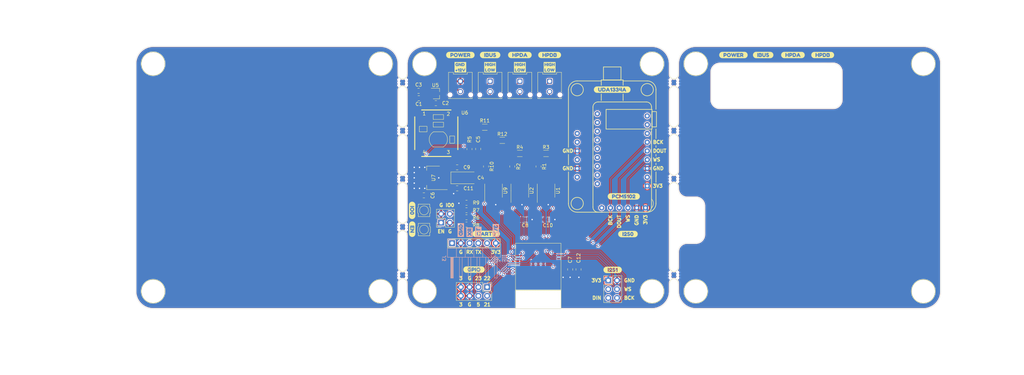
<source format=kicad_pcb>
(kicad_pcb (version 20211014) (generator pcbnew)
  (title_block (title "SAAB 93NG BLUETOOTH AUX") (date "2022-08-10") (rev "2") (company "Leigh Oliver"))
  (layers (0 "F.Cu" signal) (31 "B.Cu" signal) (34 "B.Paste" user) (35 "F.Paste" user) (36 "B.SilkS" user "B.Silkscreen") (37 "F.SilkS" user "F.Silkscreen") (38 "B.Mask" user) (39 "F.Mask" user) (44 "Edge.Cuts" user))
  (net 0 "")
  (net 1 "+3V3")
  (net 2 "GND")
  (net 3 "+5V")
  (net 4 "CAN_H")
  (net 5 "CAN_L")
  (net 6 "CAN_TX")
  (net 7 "CAN_RX")
  (net 8 "Net-(R1-Pad1)")
  (net 9 "Net-(R2-Pad1)")
  (net 10 "Net-(R5-Pad2)")
  (net 11 "/ESP32/EN_SW")
  (net 12 "HPD_IN_H")
  (net 13 "/ESP32/BOOT_SW")
  (net 18 "RXD0")
  (net 19 "TXD0")
  (net 30 "+12V")
  (net 32 "HPD_IN_L")
  (net 33 "HPD_OUT_H")
  (net 34 "HPD_OUT_L")
  (net 35 "EN")
  (net 37 "IO0")
  (net 51 "HPD_IN_RX")
  (net 53 "HPD_OUT_RX")
  (net 54 "HPD_OUT_TX")
  (net 55 "HPD_IN_TX")
  (net 59 "/ESP32/IO21")
  (net 62 "I2S1_WSEL")
  (net 63 "I2S1_DIN")
  (net 64 "I2S1_BCK")
  (net 66 "I2S0_WSEL")
  (net 67 "I2S0_DOUT")
  (net 68 "I2S0_BCK")
  (net 70 "/ESP32/IO22")
  (net 71 "/ESP32/IO23")
  (net 72 "/ESP32/IO5")
  (net 73 "Net-(R10-Pad1)")
  (footprint "kibuzzard-62F389F5" (layer "F.Cu") (at 209.804004 106.807006)
    (fp_text reference "kibuzzard-62F389F5" hide)
    (fp_text value "G***" hide)
  )
  (footprint "kibuzzard-62F388E5" (layer "F.Cu") (at 192.532004 103.251006)
    (fp_text reference "kibuzzard-62F388E5" hide)
    (fp_text value "G***" hide)
  )
  (footprint "kicadlibrary:Molex_Micro-Fit_3.0_43045-0212_2x01_P3.00mm_Vertical" (layer "F.Cu") (at 192.532004 110.871006)
    (fp_text reference "J5" hide)
    (fp_text value "Conn_CAN_IBUS")
  )
  (footprint "Capacitor_SMD:C_0805_2012Metric" (layer "F.Cu") (at 189.058006 130.523006 90)
    (fp_text reference "C5")
    (fp_text value "10uF")
  )
  (footprint "kicadlibrary:MountingHole_3.2mm_M3_BARE" (layer "F.Cu") (at 252.222004 105.791006)
    (fp_text reference "H7")
    (fp_text value "MountingHole")
  )
  (footprint "Resistor_SMD:R_0805_2012Metric" (layer "F.Cu") (at 186.542004 130.556006 90)
    (fp_text reference "R5")
    (fp_text value "10K")
  )
  (footprint "Resistor_SMD:R_0805_2012Metric" (layer "F.Cu") (at 191.344006 135.603006 90)
    (fp_text reference "R10")
    (fp_text value "100K")
  )
  (footprint "kicadlibrary:R-667834" (layer "F.Cu") (at 173.355004 148.336006)
    (fp_text reference "SW3" hide)
    (fp_text value "BOOT" hide)
  )
  (footprint "kibuzzard-62F394F3" (layer "F.Cu") (at 169.926004 153.797006 -90)
    (fp_text reference "kibuzzard-62F394F3" hide)
    (fp_text value "G***" hide)
  )
  (footprint "Resistor_SMD:R_0805_2012Metric" (layer "F.Cu") (at 185.674004 152.461006)
    (fp_text reference "R8")
    (fp_text value "10k")
  )
  (footprint "kicadlibrary:R-667834" (layer "F.Cu") (at 173.355004 153.924006)
    (fp_text reference "SW2" hide)
    (fp_text value "EN" hide)
  )
  (footprint "kicadlibrary:mouse-bite-2.54mm-slot" (layer "F.Cu") (at 245.872004 167.132006 90)
    (fp_text reference "mouse-bite-2.54mm-slot" hide)
    (fp_text value "VAL**" hide)
  )
  (footprint "kicadlibrary:MountingHole_3.2mm_M3_BARE" (layer "F.Cu") (at 252.222004 171.831006)
    (fp_text reference "H8")
    (fp_text value "MountingHole")
  )
  (footprint "kibuzzard-62F392E4" (layer "F.Cu") (at 231.320005 144.287006)
    (fp_text reference "kibuzzard-62F392E4" hide)
    (fp_text value "G***" hide)
  )
  (footprint "kibuzzard-62F388AD" (layer "F.Cu") (at 183.896004 103.251006)
    (fp_text reference "kibuzzard-62F388AD" hide)
    (fp_text value "G***" hide)
  )
  (footprint "kibuzzard-62F389F5" (layer "F.Cu") (at 201.168004 106.807006)
    (fp_text reference "kibuzzard-62F389F5" hide)
    (fp_text value "G***" hide)
  )
  (footprint "Package_SO:SOIC-8_3.9x4.9mm_P1.27mm" (layer "F.Cu") (at 201.147004 142.621006 90)
    (fp_text reference "U2")
    (fp_text value "SN65HVD230")
  )
  (footprint "kicadlibrary:MountingHole_3.2mm_M3_BARE" (layer "F.Cu") (at 239.522002 171.831006)
    (fp_text reference "H1")
    (fp_text value "MountingHole")
  )
  (footprint "Capacitor_SMD:C_0805_2012Metric" (layer "F.Cu") (at 209.296004 151.003006 180)
    (fp_text reference "C10")
    (fp_text value "0.1uF")
  )
  (footprint "kibuzzard-62F3934B" (layer "F.Cu") (at 227.960004 113.299006)
    (fp_text reference "kibuzzard-62F3934B" hide)
    (fp_text value "G***" hide)
  )
  (footprint "kicadlibrary:VXO7805-500-M-TR" (layer "F.Cu") (at 176.911002 125.951006)
    (fp_text reference "U6")
    (fp_text value "VXO7805-500-M-TR" hide)
  )
  (footprint "kibuzzard-62F388ED" (layer "F.Cu") (at 280.416004 103.251006)
    (fp_text reference "kibuzzard-62F388ED" hide)
    (fp_text value "G***" hide)
  )
  (footprint "Capacitor_SMD:C_0805_2012Metric" (layer "F.Cu") (at 215.752004 165.481006 90)
    (fp_text reference "C7")
    (fp_text value "0.1uF")
  )
  (footprint "kicadlibrary:UDA1334_AudioBreakout" (layer "F.Cu") (at 215.265005 148.876008 90)
    (fp_text reference "U4" hide)
    (fp_text value "UDA1334A")
  )
  (footprint "kicadlibrary:MountingHole_3.2mm_M3_BARE" (layer "F.Cu") (at 173.482002 171.831006)
    (fp_text reference "H4")
    (fp_text value "MountingHole")
  )
  (footprint "kicadlibrary:mouse-bite-2.54mm-slot" (layer "F.Cu") (at 245.872004 139.192006 90)
    (fp_text reference "mouse-bite-2.54mm-slot" hide)
    (fp_text value "VAL**" hide)
  )
  (footprint "kibuzzard-62F44F39" (layer "F.Cu") (at 187.858406 165.526806)
    (fp_text reference "kibuzzard-62F44F39" hide)
    (fp_text value "G***" hide)
  )
  (footprint "kicadlibrary:MountingHole_3.2mm_M3_BARE" (layer "F.Cu") (at 318.262004 105.791006)
    (fp_text reference "H6")
    (fp_text value "MountingHole")
  )
  (footprint "kicadlibrary:mouse-bite-2.54mm-slot" (layer "F.Cu") (at 167.132006 139.192006 90)
    (fp_text reference "mouse-bite-2.54mm-slot" hide)
    (fp_text value "VAL**" hide)
  )
  (footprint "kibuzzard-62F388F4" (layer "F.Cu") (at 209.804004 103.251006)
    (fp_text reference "kibuzzard-62F388F4" hide)
    (fp_text value "G***" hide)
  )
  (footprint "Capacitor_Tantalum_SMD:CP_EIA-6032-20_AVX-F" (layer "F.Cu") (at 184.916506 138.905006)
    (fp_text reference "C4")
    (fp_text value "10uF")
  )
  (footprint "Connector_PinHeader_2.54mm:PinHeader_2x02_P2.54mm_Vertical" (layer "F.Cu") (at 178.303004 151.902006 90)
    (fp_text reference "J1" hide)
    (fp_text value "SW_EXT")
  )
  (footprint "kicadlibrary:MountingHole_3.2mm_M3_BARE" (layer "F.Cu") (at 160.782008 171.831006)
    (fp_text reference "H9")
    (fp_text value "MountingHole")
  )
  (footprint "Resistor_SMD:R_0805_2012Metric" (layer "F.Cu") (at 185.674004 148.303006 180)
    (fp_text reference "R7")
    (fp_text value "470")
  )
  (footprint "kicadlibrary:mouse-bite-2.54mm-slot" (layer "F.Cu") (at 167.132006 167.132006 90)
    (fp_text reference "mouse-bite-2.54mm-slot" hide)
    (fp_text value "VAL**" hide)
  )
  (footprint "kicadlibrary:Molex_Micro-Fit_3.0_43045-0212_2x01_P3.00mm_Vertical" (layer "F.Cu") (at 201.168004 110.871006)
    (fp_text reference "J6" hide)
    (fp_text value "Conn_HPD_IN")
  )
  (footprint "Resistor_SMD:R_0805_2012Metric" (layer "F.Cu") (at 198.964006 135.603006 90)
    (fp_text reference "R2")
    (fp_text value "100K")
  )
  (footprint "Resistor_SMD:R_1206_3216Metric" (layer "F.Cu") (at 196.067004 128.016006)
    (fp_text reference "R12")
    (fp_text value "0R")
  )
  (footprint "kicadlibrary:MountingHole_3.2mm_M3_BARE" (layer "F.Cu") (at 173.482002 105.791006)
    (fp_text reference "H3")
    (fp_text value "MountingHole")
  )
  (footprint "kibuzzard-62F388ED" (layer "F.Cu") (at 201.168004 103.251006)
    (fp_text reference "kibuzzard-62F388ED" hide)
    (fp_text value "G***" hide)
  )
  (footprint "kibuzzard-62F394C5" (layer "F.Cu") (at 228.092004 165.608006)
    (fp_text reference "kibuzzard-62F394C5" hide)
    (fp_text value "G***" hide)
  )
  (footprint "kibuzzard-62F388F4" (layer "F.Cu") (at 289.052004 103.251006)
    (fp_text reference "kibuzzard-62F388F4" hide)
    (fp_text value "G***" hide)
  )
  (footprint "Capacitor_SMD:C_0805_2012Metric" (layer "F.Cu") (at 218.186004 165.481006 90)
    (fp_text reference "C12")
    (fp_text value "10uF")
  )
  (footprint "Capacitor_SMD:C_0805_2012Metric" (layer "F.Cu") (at 202.692004 151.003006 180)
    (fp_text reference "C8")
    (fp_text value "0.1uF")
  )
  (footprint "kicadlibrary:Molex_Micro-Fit_3.0_43045-0212_2x01_P3.00mm_Vertical" (layer "F.Cu") (at 183.896004 110.871006)
    (fp_text reference "J4" hide)
    (fp_text value "Conn_VCC")
  )
  (footprint "Resistor_SMD:R_1206_3216Metric" (layer "F.Cu") (at 208.767004 131.826006)
    (fp_text reference "R3")
    (fp_text value "120")
  )
  (footprint "Capacitor_SMD:C_0805_2012Metric" (layer "F.Cu") (at 171.770004 113.665006 180)
    (fp_text reference "C3")
    (fp_text value "2.2uF")
  )
  (footprint "Package_SO:SOIC-8_3.9x4.9mm_P1.27mm" (layer "F.Cu") (at 193.527004 142.621006 90)
    (fp_text reference "U9")
    (fp_text value "SN65HVD230")
  )
  (footprint "Capacitor_SMD:C_0805_2012Metric" (layer "F.Cu") (at 171.831002 115.791006 180)
    (fp_text reference "C1")
    (fp_text value "2.2uF")
  )
  (footprint "kicadlibrary:MountingHole_3.2mm_M3_BARE" (layer "F.Cu") (at 160.782008 105.791006)
    (fp_text reference "H10")
    (fp_text value "MountingHole")
  )
  (footprint "kibuzzard-62F4510B" (layer "F.Cu") (at 191.404406 155.161006)
    (fp_text reference "kibuzzard-62F4510B" hide)
    (fp_text value "G***" hide)
  )
  (footprint "kicadlibrary:mouse-bite-2.54mm-slot" (layer "F.Cu") (at 245.872004 125.222006 90)
    (fp_text reference "mouse-bite-2.54mm-slot" hide)
    (fp_text value "VAL**" hide)
  )
  (footprint "kibuzzard-62F395A5" (layer "F.Cu") (at 232.532004 155.209006)
    (fp_text reference "kibuzzard-62F395A5" hide)
    (fp_text value "G***" hide)
  )
  (footprint "Capacitor_SMD:C_0805_2012Metric" (layer "F.Cu") (at 182.962006 141.953006)
    (fp_text reference "C11")
    (fp_text value "10uF")
  )
  (footprint "kibuzzard-62F388E5" (layer "F.Cu") (at 271.780004 103.251006)
    (fp_text reference "kibuzzard-62F388E5" hide)
    (fp_text value "G***" hide)
  )
  (footprint "kicadlibrary:PCM5102_Breakout" (layer "F.Cu") (at 222.377005 148.876008 90)
    (fp_text reference "U3" hide)
    (fp_text value "PCM5102_Breakout")
  )
  (footprint "kicadlibrary:mouse-bite-2.54mm-slot" (layer "F.Cu") (at 167.132006 125.222006 90)
    (fp_text reference "mouse-bite-2.54mm-slot" hide)
    (fp_text value "VAL**" hide)
  )
  (footprint "kibuzzard-62F389F5" (layer "F.Cu") (at 192.532004 106.807006)
    (fp_text reference "kibuzzard-62F389F5" hide)
    (fp_text value "G***" hide)
  )
  (footprint "Resistor_SMD:R_0805_2012Metric" (layer "F.Cu") (at 206.584006 135.603006 90)
    (fp_text reference "R1")
    (fp_text value "100K")
  )
  (footprint "kicadlibrary:MountingHole_3.2mm_M3_BARE" (layer "F.Cu") (at 94.742008 105.791006)
    (fp_text reference "H11")
    (fp_text value "MountingHole")
  )
  (footprint "Resistor_SMD:R_1206_3216Metric" (layer "F.Cu") (at 201.147004 131.826006)
    (fp_text reference "R4")
    (fp_text value "120")
  )
  (footprint "kicadlibrary:MountingHole_3.2mm_M3_BARE" (layer "F.Cu") (at 239.522002 105.791006)
    (fp_text reference "H2")
    (fp_text value "MountingHole")
  )
  (footprint "kicadlibrary:ESP32-MINI-1" (layer "F.Cu") (at 206.502004 164.686006 180)
    (fp_text reference "U8" hide)
    (fp_text value "ESP32-MINI-1")
  )
  (footprint "Resistor_SMD:R_0805_2012Metric" (layer "F.Cu") (at 185.674004 146.144006)
    (fp_text reference "R9")
    (fp_text value "10k")
  )
  (footprint "Capacitor_SMD:C_0805_2012Metric" (layer "F.Cu") (at 173.310006 143.985006)
    (fp_text reference "C6")
    (fp_text value "0.1uF")
  )
  (footprint "kicadlibrary:MountingHole_3.2mm_M3_BARE" (layer "F.Cu") (at 318.262004 171.831006)
    (fp_text reference "H5")
    (fp_text value "MountingHole")
  )
  (footprint "kicadlibrary:mouse-bite-2.54mm-slot" (layer "F.Cu") (at 167.132006 153.162006 90)
    (fp_text reference "mouse-bite-2.54mm-slot" hide)
    (fp_text value "VAL**" hide)
  )
  (footprint "kibuzzard-62F388AD" (layer "F.Cu") (at 263.144004 103.251006)
    (fp_text reference "kibuzzard-62F388AD" hide)
    (fp_text value "G***" hide)
  )
  (footprint "Package_TO_SOT_SMD:SOT-223-3_TabPin2" (layer "F.Cu") (at 176.022006 138.905006 180)
    (fp_text reference "U7")
    (fp_text value "NCP1117LPST33T3G")
  )
  (footprint "kicadlibrary:mouse-bite-2.54mm-slot" (layer "F.Cu") (at 167.132006 111.252006 90)
    (fp_text reference "mouse-bite-2.54mm-slot" hide)
    (fp_text value "VAL**" hide)
  )
  (footprint "Connector_PinHeader_2.54mm:PinHeader_2x03_P2.54mm_Vertical" (layer "F.Cu") (at 226.817004 168.671006)
    (fp_text reference "J2" hide)
    (fp_text value "I2S_MIC")
  )
  (footprint "kibuzzard-62F38A16" (layer "F.Cu") (at 183.896004 106.807006)
    (fp_text reference "kibuzzard-62F38A16" hide)
    (fp_text value "G***" hide)
  )
  (footprint "Package_TO_SOT_SMD:TSOT-23" (layer "F.Cu") (at 176.911002 114.427006)
    (fp_text reference "U5")
    (fp_text value "SZMMBZ15VALT3G")
  )
  (footprint "Package_SO:SOIC-8_3.9x4.9mm_P1.27mm" (layer "F.Cu") (at 208.767004 142.621006 90)
    (fp_text reference "U1")
    (fp_text value "SN65HVD230")
  )
  (footprint "kicadlibrary:MountingHole_3.2mm_M3_BARE" (layer "F.Cu") (at 94.742008 171.831006)
    (fp_text reference "H12")
    (fp_text value "MountingHole")
  )
  (footprint "kicadlibrary:Molex_Micro-Fit_3.0_43045-0212_2x01_P3.00mm_Vertical" (layer "F.Cu") (at 209.804004 110.871006)
    (fp_text reference "J7" hide)
    (fp_text value "Conn_HPD_Out")
  )
  (footprint "Capacitor_SMD:C_0805_2012Metric" (layer "F.Cu") (at 176.784004 117.221006)
    (fp_text reference "C2")
    (fp_text value "2.2uF")
  )
  (footprint "Resistor_SMD:R_1206_3216Metric" (layer "F.Cu") (at 190.987004 124.206006 180)
    (fp_text reference "R11")
    (fp_text value "4.7K")
  )
  (footprint "Capacitor_SMD:C_0805_2012Metric" (layer "F.Cu") (at 182.962006 135.857006)
    (fp_text reference "C9")
    (fp_text value "10uF")
  )
  (footprint "Resistor_SMD:R_0805_2012Metric" (layer "F.Cu") (at 185.674004 150.335006 180)
    (fp_text reference "R6")
    (fp_text value "470")
  )
  (footprint "kicadlibrary:mouse-bite-2.54mm-slot" (layer "F.Cu") (at 245.872004 111.252006 90)
    (fp_text reference "mouse-bite-2.54mm-slot" hide)
    (fp_text value "VAL**" hide)
  )
  (footprint "Connector_PinHeader_2.54mm:PinHeader_2x04_P2.54mm_Vertical" (layer "F.Cu") (at 191.658406 170.606806 -90)
    (fp_text reference "J8")
    (fp_text value "Conn_GPIO")
  )
  (footprint "kibuzzard-62F39580" (layer "F.Cu") (at 169.900604 148.336006 -90)
    (fp_text reference "kibuzzard-62F39580" hide)
    (fp_text value "G***" hide)
  )
  (footprint "Connector_PinHeader_2.54mm:PinHeader_1x06_P2.54mm_Horizontal" (layer "B.Cu") (at 181.483004 157.861006 -90)
    (fp_text reference "J3")
    (fp_text value "PROG")
  )
  (footprint "kibuzzard-62F390F5" (layer "B.Cu") (at 184.023004 154.051006 -90)
    (fp_text reference "kibuzzard-62F390F5" hide)
    (fp_text value "G***" hide)
  )
  (footprint "kibuzzard-62F390B1" (layer "B.Cu") (at 186.563004 154.686006 -90)
    (fp_text reference "kibuzzard-62F390B1" hide)
    (fp_text value "G***" hide)
  )
  (footprint "kibuzzard-62F390B9" (layer "B.Cu") (at 189.103004 154.559006 -90)
    (fp_text reference "kibuzzard-62F390B9" hide)
    (fp_text value "G***" hide)
  )
  (footprint "kibuzzard-62F390E7" (layer "B.Cu") (at 194.183004 154.178006 -90)
    (fp_text reference "kibuzzard-62F390E7" hide)
    (fp_text value "G***" hide)
  )
  (gr_arc (start 215.265004 113.316007) (mid 216.008953 111.519956) (end 217.805004 110.776007) (layer "F.SilkS") (width 0.2))
  (gr_circle (center 238.125004 113.316007) (end 239.903004 113.316007) (layer "F.SilkS") (width 0.2) (fill none))
  (gr_line (start 240.660004 130.063006) (end 240.660004 129.555006) (layer "F.SilkS") (width 0.2))
  (gr_line (start 224.790004 114.569006) (end 224.785004 116.474006) (layer "F.SilkS") (width 0.2))
  (gr_line (start 217.805004 110.776007) (end 224.790004 110.776007) (layer "F.SilkS") (width 0.2))
  (gr_circle (center 217.805004 113.316007) (end 219.583004 113.316007) (layer "F.SilkS") (width 0.2) (fill none))
  (gr_circle (center 217.805004 146.336007) (end 219.583004 146.336007) (layer "F.SilkS") (width 0.2) (fill none))
  (gr_line (start 231.135004 114.569006) (end 231.135004 116.474006) (layer "F.SilkS") (width 0.2))
  (gr_line (start 231.140004 110.522007) (end 231.140004 112.029006) (layer "F.SilkS") (width 0.2))
  (gr_line (start 224.790004 110.522007) (end 224.790004 112.029006) (layer "F.SilkS") (width 0.2))
  (gr_line (start 240.660004 127.523006) (end 240.660004 124.729006) (layer "F.SilkS") (width 0.2))
  (gr_line (start 215.265004 146.336007) (end 215.265004 137.175006) (layer "F.SilkS") (width 0.2))
  (gr_line (start 215.260004 130.063006) (end 215.260004 113.316007) (layer "F.SilkS") (width 0.2))
  (gr_line (start 240.660004 132.603006) (end 240.660004 132.095006) (layer "F.SilkS") (width 0.2))
  (gr_arc (start 217.805004 148.876007) (mid 216.008953 148.132058) (end 215.265004 146.336007) (layer "F.SilkS") (width 0.2))
  (gr_arc (start 239.395004 145.066007) (mid 239.919887 146.336007) (end 239.395004 147.606007) (layer "F.SilkS") (width 0.15))
  (gr_line (start 215.260004 135.143006) (end 215.260004 132.095006) (layer "F.SilkS") (width 0.2))
  (gr_arc (start 240.665004 146.336007) (mid 239.921056 148.132059) (end 238.125004 148.876007) (layer "F.SilkS") (width 0.2))
  (gr_arc (start 238.125004 110.776007) (mid 239.921056 111.519955) (end 240.665004 113.316007) (layer "F.SilkS") (width 0.2))
  (gr_rect (start 225.425004 106.712007) (end 230.505004 110.522007) (layer "F.SilkS") (width 0.2) (fill none))
  (gr_line (start 240.665004 140.223006) (end 240.665004 137.175006) (layer "F.SilkS") (width 0.2))
  (gr_line (start 238.125004 110.776007) (end 231.140004 110.776007) (layer "F.SilkS") (width 0.2))
  (gr_line (start 224.790004 110.522007) (end 231.140004 110.522007) (layer "F.SilkS") (width 0.2))
  (gr_rect (start 180.192004 156.591006) (end 195.432004 159.131006) (layer "F.SilkS") (width 0.15) (fill none))
  (gr_line (start 240.665004 146.336007) (end 240.665004 142.255006) (layer "F.SilkS") (width 0.2))
  (gr_line (start 217.805004 148.876007) (end 223.877004 148.876007) (layer "F.SilkS") (width 0.2))
  (gr_line (start 240.665004 113.316007) (end 240.660004 119.014006) (layer "F.SilkS") (width 0.2))
  (gr_line (start 240.660004 135.143006) (end 240.660004 134.635006) (layer "F.SilkS") (width 0.2))
  (gr_line (start 168.402006 169.418006) (end 168.402006 171.831004) (layer "Edge.Cuts") (width 0.1))
  (gr_line (start 94.742006 176.911004) (end 160.782006 176.911004) (layer "Edge.Cuts") (width 0.1))
  (gr_arc (start 294.640004 116.205006) (mid 293.896055 118.001057) (end 292.100004 118.745006) (layer "Edge.Cuts") (width 0.1))
  (gr_arc (start 252.222004 176.911004) (mid 248.629902 175.423106) (end 247.142006 171.831002) (layer "Edge.Cuts") (width 0.1))
  (gr_arc (start 252.222004 144.526006) (mid 254.018055 145.269955) (end 254.762004 147.066006) (layer "Edge.Cuts") (width 0.1))
  (gr_line (start 252.222004 144.526006) (end 249.682003 144.526007) (layer "Edge.Cuts") (width 0.1))
  (gr_arc (start 259.206998 118.745007) (mid 257.410947 118.001058) (end 256.666998 116.205007) (layer "Edge.Cuts") (width 0.1))
  (gr_line (start 318.262002 100.711004) (end 252.222006 100.711004) (layer "Edge.Cuts") (width 0.1))
  (gr_line (start 165.862006 155.448006) (end 165.862006 164.846006) (layer "Edge.Cuts") (width 0.1))
  (gr_line (start 292.100005 105.664005) (end 259.206999 105.682055) (layer "Edge.Cuts") (width 0.1))
  (gr_line (start 244.602004 164.846006) (end 244.602004 141.478006) (layer "Edge.Cuts") (width 0.1))
  (gr_arc (start 168.402006 136.906006) (mid 167.132006 138.176006) (end 165.862006 136.906006) (layer "Edge.Cuts") (width 0.1))
  (gr_arc (start 168.402004 105.791004) (mid 169.889902 102.198902) (end 173.482004 100.711004) (layer "Edge.Cuts") (width 0.1))
  (gr_arc (start 165.862006 113.538006) (mid 167.132006 112.268006) (end 168.402006 113.538006) (layer "Edge.Cuts") (width 0.1))
  (gr_line (start 244.602004 171.831004) (end 244.602004 169.418006) (layer "Edge.Cuts") (width 0.1))
  (gr_arc (start 165.862006 155.448006) (mid 167.132006 154.178006) (end 168.402006 155.448006) (layer "Edge.Cuts") (width 0.1))
  (gr_arc (start 165.862006 127.508006) (mid 167.132006 126.238006) (end 168.402006 127.508006) (layer "Edge.Cuts") (width 0.1))
  (gr_line (start 252.222004 157.861006) (end 249.682003 157.861006) (layer "Edge.Cuts") (width 0.1))
  (gr_line (start 294.640004 116.205006) (end 294.640004 108.204005) (layer "Edge.Cuts") (width 0.1))
  (gr_arc (start 318.262002 100.711004) (mid 321.854105 102.198901) (end 323.342002 105.791004) (layer "Edge.Cuts") (width 0.1))
  (gr_line (start 323.342002 105.791004) (end 323.342002 171.831004) (layer "Edge.Cuts") (width 0.1))
  (gr_line (start 239.522004 100.711004) (end 173.482004 100.711004) (layer "Edge.Cuts") (width 0.1))
  (gr_line (start 89.662006 105.791004) (end 89.662006 171.831004) (layer "Edge.Cuts") (width 0.1))
  (gr_line (start 244.602004 105.791004) (end 244.602004 108.966006) (layer "Edge.Cuts") (width 0.1))
  (gr_arc (start 173.482004 176.911004) (mid 169.889902 175.423106) (end 168.402004 171.831004) (layer "Edge.Cuts") (width 0.1))
  (gr_arc (start 89.662006 105.791004) (mid 91.149904 102.198902) (end 94.742006 100.711004) (layer "Edge.Cuts") (width 0.1))
  (gr_line (start 247.142004 136.906006) (end 247.142004 127.508006) (layer "Edge.Cuts") (width 0.1))
  (gr_line (start 247.142003 160.401006) (end 247.142004 164.846006) (layer "Edge.Cuts") (width 0.1))
  (gr_line (start 165.862006 171.831004) (end 165.862006 169.418006) (layer "Edge.Cuts") (width 0.1))
  (gr_arc (start 168.402006 150.876006) (mid 167.132006 152.146006) (end 165.862006 150.876006) (layer "Edge.Cuts") (width 0.1))
  (gr_arc (start 249.682003 144.526007) (mid 247.885952 143.782058) (end 247.142003 141.986007) (layer "Edge.Cuts") (width 0.1))
  (gr_line (start 173.482004 176.911004) (end 239.522004 176.911004) (layer "Edge.Cuts") (width 0.1))
  (gr_arc (start 168.402006 164.846006) (mid 167.132006 166.116006) (end 165.862006 164.846006) (layer "Edge.Cuts") (width 0.1))
  (gr_arc (start 239.522004 100.711004) (mid 243.114107 102.198901) (end 244.602004 105.791004) (layer "Edge.Cuts") (width 0.1))
  (gr_line (start 168.402006 108.966006) (end 168.402006 105.791004) (layer "Edge.Cuts") (width 0.1))
  (gr_line (start 165.862006 113.538006) (end 165.862006 122.936006) (layer "Edge.Cuts") (width 0.1))
  (gr_line (start 247.142004 122.936006) (end 247.142004 113.538006) (layer "Edge.Cuts") (width 0.1))
  (gr_line (start 165.862006 127.508006) (end 165.862006 136.906006) (layer "Edge.Cuts") (width 0.1))
  (gr_arc (start 247.142004 122.936006) (mid 245.872004 124.206006) (end 244.602004 122.936006) (layer "Edge.Cuts") (width 0.1))
  (gr_arc (start 165.862006 169.418006) (mid 167.132006 168.148006) (end 168.402006 169.418006) (layer "Edge.Cuts") (width 0.1))
  (gr_line (start 165.862006 150.876006) (end 165.862006 141.478006) (layer "Edge.Cuts") (width 0.1))
  (gr_arc (start 292.100005 105.664005) (mid 293.896056 106.407954) (end 294.640005 108.204005) (layer "Edge.Cuts") (width 0.1))
  (gr_line (start 168.402006 127.508006) (end 168.402006 136.906006) (layer "Edge.Cuts") (width 0.1))
  (gr_arc (start 165.862006 141.478006) (mid 167.132006 140.208006) (end 168.402006 141.478006) (layer "Edge.Cuts") (width 0.1))
  (gr_line (start 160.782006 100.711004) (end 94.742006 100.711004) (layer "Edge.Cuts") (width 0.1))
  (gr_arc (start 247.142004 136.906006) (mid 245.872004 138.176006) (end 244.602004 136.906006) (layer "Edge.Cuts") (width 0.1))
  (gr_line (start 247.142006 105.791004) (end 247.142006 108.966006) (layer "Edge.Cuts") (width 0.1))
  (gr_line (start 252.222004 176.911004) (end 318.262002 176.911004) (layer "Edge.Cuts") (width 0.1))
  (gr_line (start 256.666999 108.222055) (end 256.666998 116.205007) (layer "Edge.Cuts") (width 0.1))
  (gr_line (start 244.602004 127.508006) (end 244.602004 136.906006) (layer "Edge.Cuts") (width 0.1))
  (gr_arc (start 244.602004 127.508006) (mid 245.872004 126.238006) (end 247.142004 127.508006) (layer "Edge.Cuts") (width 0.1))
  (gr_line (start 247.142004 141.478006) (end 247.142003 141.986007) (layer "Edge.Cuts") (width 0.1))
  (gr_arc (start 323.342002 171.831004) (mid 321.854105 175.423107) (end 318.262002 176.911004) (layer "Edge.Cuts") (width 0.1))
  (gr_arc (start 247.142004 164.846006) (mid 245.872004 166.116006) (end 244.602004 164.846006) (layer "Edge.Cuts") (width 0.1))
  (gr_arc (start 254.762004 155.321006) (mid 254.018055 157.117057) (end 252.222004 157.861006) (layer "Edge.Cuts") (width 0.1))
  (gr_arc (start 247.142004 108.966006) (mid 245.872004 110.236006) (end 244.602004 108.966006) (layer "Edge.Cuts") (width 0.1))
  (gr_arc (start 247.142003 160.401006) (mid 247.885952 158.604955) (end 249.682003 157.861006) (layer "Edge.Cuts") (width 0.1))
  (gr_arc (start 94.742006 176.911004) (mid 91.149904 175.423106) (end 89.662006 171.831004) (layer "Edge.Cuts") (width 0.1))
  (gr_arc (start 244.602004 169.418006) (mid 245.872004 168.148006) (end 247.142004 169.418006) (layer "Edge.Cuts") (width 0.1))
  (gr_line (start 247.142004 169.418006) (end 247.142006 171.831002) (layer "Edge.Cuts") (width 0.1))
  (gr_line (start 168.402006 164.846006) (end 168.402006 155.448006) (layer "Edge.Cuts") (width 0.1))
  (gr_arc (start 247.142006 105.791004) (mid 248.629903 102.198901) (end 252.222006 100.711004) (layer "Edge.Cuts") (width 0.1))
  (gr_line (start 168.402006 113.538006) (end 168.402006 122.936006) (layer "Edge.Cuts") (width 0.1))
  (gr_line (start 244.602004 113.538006) (end 244.602004 122.936006) (layer "Edge.Cuts") (width 0.1))
  (gr_arc (start 168.402006 122.936006) (mid 167.132006 124.206006) (end 165.862006 122.936006) (layer "Edge.Cuts") (width 0.1))
  (gr_arc (start 256.666999 108.222055) (mid 257.410948 106.426004) (end 259.206999 105.682055) (layer "Edge.Cuts") (width 0.1))
  (gr_arc (start 168.402006 108.966006) (mid 167.132006 110.236006) (end 165.862006 108.966006) (layer "Edge.Cuts") (width 0.1))
  (gr_arc (start 165.862006 171.831004) (mid 164.37411 175.423108) (end 160.782006 176.911004) (layer "Edge.Cuts") (width 0.1))
  (gr_line (start 259.206998 118.745007) (end 292.100004 118.745006) (layer "Edge.Cuts") (width 0.1))
  (gr_line (start 165.862006 105.791004) (end 165.862006 108.966006) (layer "Edge.Cuts") (width 0.1))
  (gr_arc (start 244.602004 171.831004) (mid 243.114108 175.423108) (end 239.522004 176.911004) (layer "Edge.Cuts") (width 0.1))
  (gr_line (start 254.762004 147.066006) (end 254.762004 155.321006) (layer "Edge.Cuts") (width 0.1))
  (gr_arc (start 244.602004 113.538006) (mid 245.872004 112.268006) (end 247.142004 113.538006) (layer "Edge.Cuts") (width 0.1))
  (gr_line (start 168.402006 141.478006) (end 168.402006 150.876006) (layer "Edge.Cuts") (width 0.1))
  (gr_arc (start 160.782006 100.711004) (mid 164.374109 102.198901) (end 165.862006 105.791004) (layer "Edge.Cuts") (width 0.1))
  (gr_arc (start 244.602004 141.478006) (mid 245.872004 140.208006) (end 247.142004 141.478006) (layer "Edge.Cuts") (width 0.1))
  (gr_text "G" (at 180.873004 154.452406) (layer "F.SilkS") (effects (font (size 1 1) (thickness 0.25))))
  (gr_text "5" (at 189.118406 175.686806) (layer "F.SilkS") (effects (font (size 1 1) (thickness 0.25))))
  (gr_text "GND" (at 231.262004 168.671006) (layer "F.SilkS") (effects (font (size 1 1) (thickness 0.25)) (justify left)))
  (gr_text "21" (at 191.688406 175.686806) (layer "F.SilkS") (effects (font (size 1 1) (thickness 0.25))))
  (gr_text "TX" (at 189.118406 160.446806) (layer "F.SilkS") (effects (font (size 1 1) (thickness 0.25))))
  (gr_text "WS" (at 239.644004 133.619006) (layer "F.SilkS") (effects (font (size 1 1) (thickness 0.25)) (justify left)))
  (gr_text "DOUT" (at 239.644004 131.079006) (layer "F.SilkS") (effects (font (size 1 1) (thickness 0.25)) (justify left)))
  (gr_text "BCK" (at 231.262004 173.751006) (layer "F.SilkS") (effects (font (size 1 1) (thickness 0.25)) (justify left)))
  (gr_text "RX" (at 186.578406 160.446806) (layer "F.SilkS") (effects (font (size 1 1) (thickness 0.25))))
  (gr_text "3V3" (at 237.612004 149.494006 90) (layer "F.SilkS") (effects (font (size 1 1) (thickness 0.25)) (justify right)))
  (gr_text "EN" (at 178.323406 154.452406) (layer "F.SilkS") (effects (font (size 1 1) (thickness 0.25))))
  (gr_text "BCK" (at 227.452004 149.494006 90) (layer "F.SilkS") (effects (font (size 1 1) (thickness 0.25)) (justify right)))
  (gr_text "GND" (at 239.644004 136.159006) (layer "F.SilkS") (effects (font (size 1 1) (thickness 0.25)) (justify left)))
  (gr_text "GND" (at 216.784004 136.159006) (layer "F.SilkS") (effects (font (size 1 1) (thickness 0.25)) (justify right)))
  (gr_text "G" (at 186.548406 175.686806) (layer "F.SilkS") (effects (font (size 1 1) (thickness 0.25))))
  (gr_text "G" (at 186.578406 168.066806) (layer "F.SilkS") (effects (font (size 1 1) (thickness 0.25))))
  (gr_text "GND" (at 235.072004 149.494006 90) (layer "F.SilkS") (effects (font (size 1 1) (thickness 0.25)) (justify right)))
  (gr_text "G" (at 184.038406 160.446806) (layer "F.SilkS") (effects (font (size 1 1) (thickness 0.25))))
  (gr_text "BCK" (at 239.644004 128.539006) (layer "F.SilkS") (effects (font (size 1 1) (thickness 0.25)) (justify left)))
  (gr_text "3" (at 184.038406 175.686806) (layer "F.SilkS") (effects (font (size 1 1) (thickness 0.25))))
  (gr_text "DOUT" (at 229.992004 149.494006 90) (layer "F.SilkS") (effects (font (size 1 1) (thickness 0.25)) (justify right)))
  (gr_text "GND" (at 216.784004 131.079006) (layer "F.SilkS") (effects (font (size 1 1) (thickness 0.25)) (justify right)))
  (gr_text "WS" (at 231.262004 171.211006) (layer "F.SilkS") (effects (font (size 1 1) (thickness 0.25)) (justify left)))
  (gr_text "23" (at 189.118406 168.066806) (layer "F.SilkS") (effects (font (size 1 1) (thickness 0.25))))
  (gr_text "WS" (at 232.532004 149.494006 90) (layer "F.SilkS") (effects (font (size 1 1) (thickness 0.25)) (justify right)))
  (gr_text "3V3" (at 239.644004 141.239006) (layer "F.SilkS") (effects (font (size 1 1) (thickness 0.25)) (justify left)))
  (gr_text "3V3" (at 194.198406 160.446806) (layer "F.SilkS") (effects (font (size 1 1) (thickness 0.25))))
  (gr_text "3" (at 184.038406 168.066806) (layer "F.SilkS") (effects (font (size 1 1) (thickness 0.25))))
  (gr_text "IO0" (at 180.863406 146.832406) (layer "F.SilkS") (effects (font (size 1 1) (thickness 0.25))))
  (gr_text "22" (at 191.658406 168.066806) (layer "F.SilkS") (effects (font (size 1 1) (thickness 0.25))))
  (gr_text "3V3" (at 224.912004 168.671006) (layer "F.SilkS") (effects (font (size 1 1) (thickness 0.25)) (justify right)))
  (gr_text "DIN" (at 224.912004 173.751006) (layer "F.SilkS") (effects (font (size 1 1) (thickness 0.25)) (justify right)))
  (gr_text "G" (at 178.323406 146.832406) (layer "F.SilkS") (effects (font (size 1 1) (thickness 0.25))))
  (segment (start 215.752004 166.431006) (end 215.752004 167.767006) (width 0.25) (layer "F.Cu") (net 1))
  (segment (start 172.040006 143.665006) (end 172.360006 143.985006) (width 0.5) (layer "F.Cu") (net 1))
  (segment (start 213.720004 167.767006) (end 213.601004 167.886006) (width 0.25) (layer "F.Cu") (net 1))
  (segment (start 201.782004 145.096006) (end 201.782004 146.685006) (width 0.25) (layer "F.Cu") (net 1))
  (segment (start 183.564006 152.461006) (end 184.761504 152.461006) (width 0.25) (layer "F.Cu") (net 1))
  (segment (start 183.470006 152.367006) (end 183.564006 152.461006) (width 0.25) (layer "F.Cu") (net 1))
  (segment (start 172.040006 141.953006) (end 172.040006 143.665006) (width 0.5) (layer "F.Cu") (net 1))
  (segment (start 213.720004 167.767006) (end 214.416004 167.767006) (width 0.25) (layer "F.Cu") (net 1))
  (segment (start 181.946006 143.477006) (end 182.012006 143.411006) (width 0.5) (layer "F.Cu") (net 1))
  (segment (start 179.172006 138.905006) (end 177.628006 138.905006) (width 0.5) (layer "F.Cu") (net 1))
  (segment (start 214.416004 167.767006) (end 215.752004 166.431006) (width 0.25) (layer "F.Cu") (net 1))
  (segment (start 203.642004 151.003006) (end 204.724004 151.003006) (width 0.25) (layer "F.Cu") (net 1))
  (segment (start 194.162004 145.096006) (end 194.162004 146.939006) (width 0.25) (layer "F.Cu") (net 1))
  (segment (start 183.470006 146.271006) (end 183.597006 146.144006) (width 0.25) (layer "F.Cu") (net 1))
  (segment (start 215.752004 166.431006) (end 218.292004 166.431006) (width 0.25) (layer "F.Cu") (net 1))
  (segment (start 218.292004 167.767006) (end 218.292004 166.431006) (width 0.25) (layer "F.Cu") (net 1))
  (segment (start 182.012006 143.411006) (end 182.012006 141.953006) (width 0.5) (layer "F.Cu") (net 1))
  (segment (start 210.246004 151.003006) (end 211.328004 151.003006) (width 0.25) (layer "F.Cu") (net 1))
  (segment (start 213.601004 167.886006) (end 212.402004 167.886006) (width 0.25) (layer "F.Cu") (net 1))
  (segment (start 209.402004 146.685006) (end 209.402004 145.096006) (width 0.25) (layer "F.Cu") (net 1))
  (segment (start 183.597006 146.144006) (end 184.761504 146.144006) (width 0.25) (layer "F.Cu") (net 1))
  (via (at 213.720004 167.767006) (size 0.8) (drill 0.4) (layers "F.Cu" "B.Cu") (net 1))
  (via (at 177.628006 138.905006) (size 0.8) (drill 0.4) (layers "F.Cu" "B.Cu") (net 1))
  (via (at 173.564006 141.953006) (size 0.8) (drill 0.4) (layers "F.Cu" "B.Cu") (net 1))
  (via (at 209.402004 146.685006) (size 0.8) (drill 0.4) (layers "F.Cu" "B.Cu") (net 1))
  (via (at 170.516006 140.429006) (size 0.8) (drill 0.4) (layers "F.Cu" "B.Cu") (net 1))
  (via (at 170.516006 141.953006) (size 0.8) (drill 0.4) (layers "F.Cu" "B.Cu") (net 1))
  (via (at 170.516006 135.857006) (size 0.8) (drill 0.4) (layers "F.Cu" "B.Cu") (net 1))
  (via (at 170.516006 138.905006) (size 0.8) (drill 0.4) (layers "F.Cu" "B.Cu") (net 1))
  (via (at 183.470006 152.367006) (size 0.8) (drill 0.4) (layers "F.Cu" "B.Cu") (net 1))
  (via (at 211.328004 151.003006) (size 0.8) (drill 0.4) (layers "F.Cu" "B.Cu") (net 1))
  (via (at 173.564006 135.857006) (size 0.8) (drill 0.4) (layers "F.Cu" "B.Cu") (net 1))
  (via (at 201.782004 146.685006) (size 0.8) (drill 0.4) (layers "F.Cu" "B.Cu") (net 1))
  (via (at 215.752004 167.767006) (size 0.8) (drill 0.4) (layers "F.Cu" "B.Cu") (net 1))
  (via (at 204.724004 151.003006) (size 0.8) (drill 0.4) (layers "F.Cu" "B.Cu") (net 1))
  (via (at 172.040006 141.953006) (size 0.8) (drill 0.4) (layers "F.Cu" "B.Cu") (net 1))
  (via (at 170.516006 137.381006) (size 0.8) (drill 0.4) (layers "F.Cu" "B.Cu") (net 1))
  (via (at 183.470006 146.271006) (size 0.8) (drill 0.4) (layers "F.Cu" "B.Cu") (net 1))
  (via (at 194.162004 146.685006) (size 0.8) (drill 0.4) (layers "F.Cu" "B.Cu") (net 1))
  (via (at 181.946006 143.477006) (size 0.8) (drill 0.4) (layers "F.Cu" "B.Cu") (net 1))
  (via (at 218.292004 167.767006) (size 0.8) (drill 0.4) (layers "F.Cu" "B.Cu") (net 1))
  (via (at 172.040006 135.857006) (size 0.8) (drill 0.4) (layers "F.Cu" "B.Cu") (net 1))
  (segment (start 182.012006 135.857006) (end 182.012006 132.350002) (width 0.5) (layer "F.Cu") (net 3))
  (segment (start 182.411002 131.951006) (end 186.059504 131.951006) (width 0.5) (layer "F.Cu") (net 3))
  (segment (start 186.059504 131.951006) (end 186.542004 131.468506) (width 0.5) (layer "F.Cu") (net 3))
  (segment (start 182.454006 136.299006) (end 182.012006 135.857006) (width 0.5) (layer "F.Cu") (net 3))
  (segment (start 182.012006 132.350002) (end 182.411002 131.951006) (width 0.5) (layer "F.Cu") (net 3))
  (segment (start 181.264006 136.605006) (end 182.012006 135.857006) (width 0.5) (layer "F.Cu") (net 3))
  (segment (start 179.172006 136.605006) (end 181.264006 136.605006) (width 0.5) (layer "F.Cu") (net 3))
  (segment (start 182.454006 138.905006) (end 182.454006 136.299006) (width 0.5) (layer "F.Cu") (net 3))
  (segment (start 186.542004 131.468506) (end 189.044504 131.468506) (width 0.5) (layer "F.Cu") (net 3))
  (segment (start 192.892004 124.648506) (end 192.449504 124.206006) (width 0.25) (layer "F.Cu") (net 4))
  (segment (start 191.457493 111.945517) (end 192.532004 110.871006) (width 0.25) (layer "F.Cu") (net 4))
  (segment (start 191.457493 123.213995) (end 191.457493 111.945517) (width 0.25) (layer "F.Cu") (net 4))
  (segment (start 192.449504 124.206006) (end 191.457493 123.213995) (width 0.25) (layer "F.Cu") (net 4))
  (segment (start 192.892004 140.146006) (end 192.892004 124.648506) (width 0.25) (layer "F.Cu") (net 4))
  (segment (start 194.162004 122.915006) (end 194.162004 129.307006) (width 0.25) (layer "F.Cu") (net 5))
  (segment (start 194.162004 128.458506) (end 194.604504 128.016006) (width 0.25) (layer "F.Cu") (net 5))
  (segment (start 192.532004 113.871006) (end 192.532004 121.285006) (width 0.25) (layer "F.Cu") (net 5))
  (segment (start 192.532004 121.285006) (end 194.162004 122.915006) (width 0.25) (layer "F.Cu") (net 5))
  (segment (start 194.162004 140.146006) (end 194.162004 129.307006) (width 0.25) (layer "F.Cu") (net 5))
  (segment (start 194.162004 127.573506) (end 194.604504 128.016006) (width 0.25) (layer "F.Cu") (net 5))
  (segment (start 194.162004 129.307006) (end 194.162004 128.458506) (width 0.25) (layer "F.Cu") (net 5))
  (segment (start 199.952004 163.086006) (end 200.602004 163.086006) (width 0.25) (layer "F.Cu") (net 6))
  (segment (start 198.665504 160.401004) (end 198.665504 161.799506) (width 0.25) (layer "F.Cu") (net 6))
  (segment (start 190.860004 145.858006) (end 191.622004 145.096006) (width 0.25) (layer "F.Cu") (net 6))
  (segment (start 190.860004 146.431006) (end 190.860004 145.858006) (width 0.25) (layer "F.Cu") (net 6))
  (segment (start 198.665504 161.799506) (end 199.952004 163.086006) (width 0.25) (layer "F.Cu") (net 6))
  (via (at 190.860004 146.431006) (size 0.8) (drill 0.4) (layers "F.Cu" "B.Cu") (net 6))
  (via (at 198.665504 160.401004) (size 0.8) (drill 0.4) (layers "F.Cu" "B.Cu") (net 6))
  (segment (start 190.860004 148.738255) (end 190.860004 146.431006) (width 0.25) (layer "B.Cu") (net 6))
  (segment (start 198.665504 160.401004) (end 198.665504 156.543755) (width 0.25) (layer "B.Cu") (net 6))
  (segment (start 198.665504 156.543755) (end 190.860004 148.738255) (width 0.25) (layer "B.Cu") (net 6))
  (segment (start 199.952004 161.486006) (end 200.602004 161.486006) (width 0.25) (layer "F.Cu") (net 7))
  (segment (start 195.940004 145.604006) (end 195.432004 145.096006) (width 0.25) (layer "F.Cu") (net 7))
  (segment (start 199.390004 158.877004) (end 199.390004 160.924006) (width 0.25) (layer "F.Cu") (net 7))
  (segment (start 195.940004 148.971006) (end 195.940004 145.604006) (width 0.25) (layer "F.Cu") (net 7))
  (segment (start 199.390004 160.924006) (end 199.952004 161.486006) (width 0.25) (layer "F.Cu") (net 7))
  (via (at 195.940004 148.971006) (size 0.8) (drill 0.4) (layers "F.Cu" "B.Cu") (net 7))
  (via (at 199.390004 158.877004) (size 0.8) (drill 0.4) (layers "F.Cu" "B.Cu") (net 7))
  (segment (start 199.390004 158.877004) (end 199.390004 155.776005) (width 0.25) (layer "B.Cu") (net 7))
  (segment (start 195.940004 152.326005) (end 195.940004 148.971006) (width 0.25) (layer "B.Cu") (net 7))
  (segment (start 199.390004 155.776005) (end 195.940004 152.326005) (width 0.25) (layer "B.Cu") (net 7))
  (segment (start 206.838006 140.122008) (end 206.862004 140.146006) (width 0.25) (layer "F.Cu") (net 8))
  (segment (start 206.838006 136.769506) (end 206.838006 140.122008) (width 0.25) (layer "F.Cu") (net 8))
  (segment (start 206.584006 136.515506) (end 206.838006 136.769506) (width 0.25) (layer "F.Cu") (net 8))
  (segment (start 199.218006 140.122008) (end 199.242004 140.146006) (width 0.25) (layer "F.Cu") (net 9))
  (segment (start 198.964006 136.515506) (end 199.218006 136.769506) (width 0.25) (layer "F.Cu") (net 9))
  (segment (start 199.218006 136.769506) (end 199.218006 140.122008) (width 0.25) (layer "F.Cu") (net 9))
  (segment (start 173.988006 131.951006) (end 171.411002 131.951006) (width 0.25) (layer "F.Cu") (net 10))
  (segment (start 186.518506 129.667004) (end 186.542004 129.643506) (width 0.25) (layer "F.Cu") (net 10))
  (segment (start 173.990004 131.953004) (end 173.988006 131.951006) (width 0.25) (layer "F.Cu") (net 10))
  (segment (start 184.912004 129.667004) (end 186.518506 129.667004) (width 0.25) (layer "F.Cu") (net 10))
  (via (at 184.912004 129.667004) (size 0.8) (drill 0.4) (layers "F.Cu" "B.Cu") (net 10))
  (via (at 173.990004 131.953004) (size 0.8) (drill 0.4) (layers "F.Cu" "B.Cu") (net 10))
  (segment (start 176.276004 129.667004) (end 173.990004 131.953004) (width 0.25) (layer "B.Cu") (net 10))
  (segment (start 184.912004 129.667004) (end 176.276004 129.667004) (width 0.25) (layer "B.Cu") (net 10))
  (segment (start 184.559993 150.536517) (end 184.761504 150.335006) (width 0.25) (layer "F.Cu") (net 11))
  (segment (start 177.656004 152.549006) (end 178.303004 151.902006) (width 0.25) (layer "F.Cu") (net 11))
  (segment (start 178.303004 151.902006) (end 179.668493 150.536517) (width 0.25) (layer "F.Cu") (net 11))
  (segment (start 179.668493 150.536517) (end 184.559993 150.536517) (width 0.25) (layer "F.Cu") (net 11))
  (segment (start 171.805004 152.549006) (end 174.905004 152.549006) (width 0.25) (layer "F.Cu") (net 11))
  (segment (start 174.905004 152.549006) (end 177.656004 152.549006) (width 0.25) (layer "F.Cu") (net 11))
  (segment (start 200.072493 111.935517) (end 200.072493 131.438017) (width 0.25) (layer "F.Cu") (net 12))
  (segment (start 200.072493 111.935517) (end 201.137006 110.871004) (width 0.25) (layer "F.Cu") (net 12))
  (segment (start 200.072493 131.438017) (end 199.684504 131.826006) (width 0.25) (layer "F.Cu") (net 12))
  (segment (start 199.684504 131.826006) (end 200.512004 132.653506) (width 0.25) (layer "F.Cu") (net 12))
  (segment (start 200.512004 132.653506) (end 200.512004 140.146006) (width 0.25) (layer "F.Cu") (net 12))
  (segment (start 180.843004 149.362006) (end 183.702504 149.362006) (width 0.25) (layer "F.Cu") (net 13))
  (segment (start 171.805004 146.961006) (end 174.905004 146.961006) (width 0.25) (layer "F.Cu") (net 13))
  (segment (start 174.905004 146.961006) (end 178.442004 146.961006) (width 0.25) (layer "F.Cu") (net 13))
  (segment (start 178.442004 146.961006) (end 180.843004 149.362006) (width 0.25) (layer "F.Cu") (net 13))
  (segment (start 183.702504 149.362006) (end 184.761504 148.303006) (width 0.25) (layer "F.Cu") (net 13))
  (segment (start 199.136006 165.481006) (end 199.141006 165.486006) (width 0.25) (layer "F.Cu") (net 18))
  (segment (start 199.141006 165.486006) (end 200.602004 165.486006) (width 0.25) (layer "F.Cu") (net 18))
  (via (at 199.136006 165.481006) (size 0.8) (drill 0.4) (layers "F.Cu" "B.Cu") (net 18))
  (segment (start 189.812493 156.686495) (end 187.716515 156.686495) (width 0.25) (layer "B.Cu") (net 18))
  (segment (start 187.716515 156.686495) (end 186.542004 157.861006) (width 0.25) (layer "B.Cu") (net 18))
  (segment (start 199.136006 165.481006) (end 197.464004 165.481006) (width 0.25) (layer "B.Cu") (net 18))
  (segment (start 197.464004 165.481006) (end 190.277515 158.294517) (width 0.25) (layer "B.Cu") (net 18))
  (segment (start 190.277515 157.151517) (end 189.812493 156.686495) (width 0.25) (layer "B.Cu") (net 18))
  (segment (start 190.277515 158.294517) (end 190.277515 157.151517) (width 0.25) (layer "B.Cu") (net 18))
  (segment (start 199.347006 166.286006) (end 200.602004 166.286006) (width 0.25) (layer "F.Cu") (net 19))
  (segment (start 199.136006 166.497006) (end 199.347006 166.286006) (width 0.25) (layer "F.Cu") (net 19))
  (via (at 199.136006 166.497006) (size 0.8) (drill 0.4) (layers "F.Cu" "B.Cu") (net 19))
  (segment (start 199.136006 166.497006) (end 197.083004 166.497006) (width 0.25) (layer "B.Cu") (net 19))
  (segment (start 189.082004 158.496006) (end 189.082004 157.861006) (width 0.25) (layer "B.Cu") (net 19))
  (segment (start 197.083004 166.497006) (end 189.082004 158.496006) (width 0.25) (layer "B.Cu") (net 19))
  (segment (start 172.781002 115.791006) (end 172.781002 118.581006) (width 0.5) (layer "F.Cu") (net 30))
  (segment (start 175.601002 114.086006) (end 175.601002 113.477006) (width 0.5) (layer "F.Cu") (net 30))
  (segment (start 172.781002 115.791006) (end 172.781002 113.980004) (width 0.5) (layer "F.Cu") (net 30))
  (segment (start 176.302002 112.776006) (end 182.547006 112.776006) (width 0.5) (layer "F.Cu") (net 30))
  (segment (start 172.781002 113.980004) (end 172.720004 113.919006) (width 0.5) (layer "F.Cu") (net 30))
  (segment (start 175.601002 114.086006) (end 173.896002 115.791006) (width 0.5) (layer "F.Cu") (net 30))
  (segment (start 175.601002 115.377006) (end 175.601002 116.988004) (width 0.5) (layer "F.Cu") (net 30))
  (segment (start 172.781002 118.581006) (end 171.411002 119.951006) (width 0.5) (layer "F.Cu") (net 30))
  (segment (start 182.547006 112.776006) (end 183.642004 113.871004) (width 0.5) (layer "F.Cu") (net 30))
  (segment (start 175.601002 116.988004) (end 175.834004 117.221006) (width 0.5) (layer "F.Cu") (net 30))
  (segment (start 173.896002 115.791006) (end 172.781002 115.791006) (width 0.5) (layer "F.Cu") (net 30))
  (segment (start 175.601002 113.477006) (end 176.302002 112.776006) (width 0.5) (layer "F.Cu") (net 30))
  (segment (start 175.601002 113.477006) (end 175.601002 115.377006) (width 0.5) (layer "F.Cu") (net 30))
  (segment (start 201.147004 114.956004) (end 201.147004 130.363506) (width 0.25) (layer "F.Cu") (net 32))
  (segment (start 201.147004 114.146004) (end 201.422004 113.871004) (width 0.25) (layer "F.Cu") (net 32))
  (segment (start 201.782004 140.146006) (end 201.782004 132.653506) (width 0.25) (layer "F.Cu") (net 32))
  (segment (start 201.147004 130.363506) (end 202.609504 131.826006) (width 0.25) (layer "F.Cu") (net 32))
  (segment (start 201.782004 132.653506) (end 202.609504 131.826006) (width 0.25) (layer "F.Cu") (net 32))
  (segment (start 201.147004 113.861006) (end 201.147004 114.956004) (width 0.25) (layer "F.Cu") (net 32))
  (segment (start 201.147004 114.956004) (end 201.147004 114.146004) (width 0.25) (layer "F.Cu") (net 32))
  (segment (start 207.304504 131.826006) (end 208.132004 132.653506) (width 0.25) (layer "F.Cu") (net 33))
  (segment (start 208.132004 132.653506) (end 208.132004 140.146006) (width 0.25) (layer "F.Cu") (net 33))
  (segment (start 208.729493 111.945517) (end 208.729493 130.401017) (width 0.25) (layer "F.Cu") (net 33))
  (segment (start 209.804004 110.871006) (end 208.729493 111.945517) (width 0.25) (layer "F.Cu") (net 33))
  (segment (start 208.729493 130.401017) (end 207.304504 131.826006) (width 0.25) (layer "F.Cu") (net 33))
  (segment (start 209.402004 140.146006) (end 209.402004 132.653506) (width 0.25) (layer "F.Cu") (net 34))
  (segment (start 209.804004 131.400506) (end 209.804004 113.871006) (width 0.25) (layer "F.Cu") (net 34))
  (segment (start 209.402004 132.653506) (end 210.229504 131.826006) (width 0.25) (layer "F.Cu") (net 34))
  (segment (start 210.229504 131.826006) (end 209.804004 131.400506) (width 0.25) (layer "F.Cu") (net 34))
  (segment (start 211.653004 163.886006) (end 212.402004 163.886006) (width 0.25) (layer "F.Cu") (net 35))
  (segment (start 187.442504 151.605006) (end 186.586504 152.461006) (width 0.25) (layer "F.Cu") (net 35))
  (segment (start 210.820004 164.719006) (end 211.653004 163.886006) (width 0.25) (layer "F.Cu") (net 35))
  (segment (start 186.586504 152.461006) (end 186.586504 150.335006) (width 0.25) (layer "F.Cu") (net 35))
  (segment (start 187.788006 151.605006) (end 187.442504 151.605006) (width 0.25) (layer "F.Cu") (net 35))
  (via (at 210.820004 164.719006) (size 0.8) (drill 0.4) (layers "F.Cu" "B.Cu") (net 35))
  (via (at 187.788006 151.605006) (size 0.8) (drill 0.4) (layers "F.Cu" "B.Cu") (net 35))
  (segment (start 210.058004 163.957006) (end 210.820004 164.719006) (width 0.25) (layer "B.Cu") (net 35))
  (segment (start 187.788006 151.605006) (end 190.086006 151.605006) (width 0.25) (layer "B.Cu") (net 35))
  (segment (start 196.342004 157.861004) (end 196.342004 162.941006) (width 0.25) (layer "B.Cu") (net 35))
  (segment (start 190.086006 151.605006) (end 196.342004 157.861004) (width 0.25) (layer "B.Cu") (net 35))
  (segment (start 196.342004 162.941006) (end 197.358004 163.957006) (width 0.25) (layer "B.Cu") (net 35))
  (segment (start 197.358004 163.957006) (end 210.058004 163.957006) (width 0.25) (layer "B.Cu") (net 35))
  (segment (start 205.994006 160.655006) (end 206.102004 160.547008) (width 0.25) (layer "F.Cu") (net 37))
  (segment (start 187.788006 149.319006) (end 186.772006 148.303006) (width 0.25) (layer "F.Cu") (net 37))
  (segment (start 186.586504 146.144006) (end 186.586504 148.303006) (width 0.25) (layer "F.Cu") (net 37))
  (segment (start 206.102004 160.547008) (end 206.102004 158.636006) (width 0.25) (layer "F.Cu") (net 37))
  (segment (start 186.772006 148.303006) (end 186.586504 148.303006) (width 0.25) (layer "F.Cu") (net 37))
  (via (at 205.994006 160.655006) (size 0.8) (drill 0.4) (layers "F.Cu" "B.Cu") (net 37))
  (via (at 187.788006 149.319006) (size 0.8) (drill 0.4) (layers "F.Cu" "B.Cu") (net 37))
  (segment (start 196.850004 157.733286) (end 196.850004 162.687006) (width 0.25) (layer "B.Cu") (net 37))
  (segment (start 187.788006 149.319006) (end 188.435724 149.319006) (width 0.25) (layer "B.Cu") (net 37))
  (segment (start 197.612004 163.449006) (end 203.200006 163.449006) (width 0.25) (layer "B.Cu") (net 37))
  (segment (start 188.435724 149.319006) (end 196.850004 157.733286) (width 0.25) (layer "B.Cu") (net 37))
  (segment (start 196.850004 162.687006) (end 197.612004 163.449006) (width 0.25) (layer "B.Cu") (net 37))
  (segment (start 203.200006 163.449006) (end 205.994006 160.655006) (width 0.25) (layer "B.Cu") (net 37))
  (segment (start 202.946004 156.337004) (end 202.902004 156.381004) (width 0.25) (layer "F.Cu") (net 51))
  (segment (start 203.052004 145.096006) (end 203.052004 147.701006) (width 0.25) (layer "F.Cu") (net 51))
  (segment (start 202.902004 156.381004) (end 202.902004 158.636006) (width 0.25) (layer "F.Cu") (net 51))
  (via (at 202.946004 156.337004) (size 0.8) (drill 0.4) (layers "F.Cu" "B.Cu") (net 51))
  (via (at 203.052004 147.701006) (size 0.8) (drill 0.4) (layers "F.Cu" "B.Cu") (net 51))
  (segment (start 202.946004 147.807006) (end 203.052004 147.701006) (width 0.25) (layer "B.Cu") (net 51))
  (segment (start 202.946004 156.337004) (end 202.946004 147.807006) (width 0.25) (layer "B.Cu") (net 51))
  (segment (start 210.672004 145.096006) (end 210.672004 147.701006) (width 0.25) (layer "F.Cu") (net 53))
  (segment (start 209.302004 155.929004) (end 209.302004 158.636006) (width 0.25) (layer "F.Cu") (net 53))
  (segment (start 209.402004 155.829004) (end 209.302004 155.929004) (width 0.25) (layer "F.Cu") (net 53))
  (via (at 210.672004 147.701006) (size 0.8) (drill 0.4) (layers "F.Cu" "B.Cu") (net 53))
  (via (at 209.402004 155.829004) (size 0.8) (drill 0.4) (layers "F.Cu" "B.Cu") (net 53))
  (segment (start 209.402004 155.829004) (end 209.402004 148.971006) (width 0.25) (layer "B.Cu") (net 53))
  (segment (start 209.402004 148.971006) (end 210.672004 147.701006) (width 0.25) (layer "B.Cu") (net 53))
  (segment (start 208.502004 156.199004) (end 208.502004 158.636006) (width 0.25) (layer "F.Cu") (net 54))
  (segment (start 208.132004 155.829004) (end 208.502004 156.199004) (width 0.25) (layer "F.Cu") (net 54))
  (segment (start 206.862004 145.096006) (end 206.862004 147.701006) (width 0.25) (layer "F.Cu") (net 54))
  (via (at 208.132004 155.829004) (size 0.8) (drill 0.4) (layers "F.Cu" "B.Cu") (net 54))
  (via (at 206.862004 147.701006) (size 0.8) (drill 0.4) (layers "F.Cu" "B.Cu") (net 54))
  (segment (start 208.132004 155.829004) (end 208.132004 148.971006) (width 0.25) (layer "B.Cu") (net 54))
  (segment (start 208.132004 148.971006) (end 206.862004 147.701006) (width 0.25) (layer "B.Cu") (net 54))
  (segment (start 202.102004 156.509004) (end 202.102004 158.636006) (width 0.25) (layer "F.Cu") (net 55))
  (segment (start 201.930004 156.337004) (end 202.102004 156.509004) (width 0.25) (layer "F.Cu") (net 55))
  (segment (start 199.242004 145.096006) (end 199.242004 147.701006) (width 0.25) (layer "F.Cu") (net 55))
  (via (at 199.242004 147.701006) (size 0.8) (drill 0.4) (layers "F.Cu" "B.Cu") (net 55))
  (via (at 201.930004 156.337004) (size 0.8) (drill 0.4) (layers "F.Cu" "B.Cu") (net 55))
  (segment (start 201.782004 150.241006) (end 199.242004 147.701006) (width 0.25) (layer "B.Cu") (net 55))
  (segment (start 201.930004 156.337004) (end 201.782004 156.189004) (width 0.25) (layer "B.Cu") (net 55))
  (segment (start 201.782004 156.189004) (end 201.782004 150.241006) (width 0.25) (layer "B.Cu") (net 55))
  (segment (start 196.342006 167.005006) (end 198.661006 164.686006) (width 0.25) (layer "F.Cu") (net 59))
  (segment (start 198.661006 164.686006) (end 200.602004 164.686006) (width 0.25) (layer "F.Cu") (net 59))
  (via (at 196.342006 167.005006) (size 0.8) (drill 0.4) (layers "F.Cu" "B.Cu") (net 59))
  (segment (start 196.342006 167.005006) (end 193.040006 170.307006) (width 0.25) (layer "B.Cu") (net 59))
  (segment (start 193.040006 170.307006) (end 193.040006 171.765206) (width 0.25) (layer "B.Cu") (net 59))
  (segment (start 193.040006 171.765206) (end 191.658406 173.146806) (width 0.25) (layer "B.Cu") (net 59))
  (segment (start 210.102004 159.085028) (end 210.102004 158.636006) (width 0.25) (layer "F.Cu") (net 62))
  (segment (start 209.040026 160.147006) (end 210.102004 159.085028) (width 0.25) (layer "F.Cu") (net 62))
  (segment (start 208.788004 160.147006) (end 209.040026 160.147006) (width 0.25) (layer "F.Cu") (net 62))
  (via (at 208.788004 160.147006) (size 0.8) (drill 0.4) (layers "F.Cu" "B.Cu") (net 62))
  (segment (start 210.307697 162.179006) (end 223.520004 162.179006) (width 0.25) (layer "B.Cu") (net 62))
  (segment (start 208.788004 160.659313) (end 210.307697 162.179006) (width 0.25) (layer "B.Cu") (net 62))
  (segment (start 228.092004 166.751006) (end 228.092004 169.946006) (width 0.25) (layer "B.Cu") (net 62))
  (segment (start 228.092004 169.946006) (end 229.357004 171.211006) (width 0.25) (layer "B.Cu") (net 62))
  (segment (start 208.788004 160.147006) (end 208.788004 160.659313) (width 0.25) (layer "B.Cu") (net 62))
  (segment (start 223.520004 162.179006) (end 228.092004 166.751006) (width 0.25) (layer "B.Cu") (net 62))
  (segment (start 214.884004 160.438506) (end 213.836504 161.486006) (width 0.25) (layer "F.Cu") (net 63))
  (segment (start 213.836504 161.486006) (end 212.402004 161.486006) (width 0.25) (layer "F.Cu") (net 63))
  (via (at 214.884004 160.438506) (size 0.8) (drill 0.4) (layers "F.Cu" "B.Cu") (net 63))
  (segment (start 215.175504 160.147006) (end 214.884004 160.438506) (width 0.25) (layer "B.Cu") (net 63))
  (segment (start 227.991515 174.925517) (end 229.843503 174.925517) (width 0.25) (layer "B.Cu") (net 63))
  (segment (start 231.648004 173.121016) (end 231.648004 167.259006) (width 0.25) (layer "B.Cu") (net 63))
  (segment (start 229.843503 174.925517) (end 231.648004 173.121016) (width 0.25) (layer "B.Cu") (net 63))
  (segment (start 224.536004 160.147006) (end 215.175504 160.147006) (width 0.25) (layer "B.Cu") (net 63))
  (segment (start 226.817004 173.751006) (end 227.991515 174.925517) (width 0.25) (layer "B.Cu") (net 63))
  (segment (start 231.648004 167.259006) (end 224.536004 160.147006) (width 0.25) (layer "B.Cu") (net 63))
  (segment (start 210.902004 158.636006) (end 210.902004 160.065006) (width 0.25) (layer "F.Cu") (net 64))
  (segment (start 210.902004 160.065006) (end 210.312004 160.655006) (width 0.25) (layer "F.Cu") (net 64))
  (via (at 210.312004 160.655006) (size 0.8) (drill 0.4) (layers "F.Cu" "B.Cu") (net 64))
  (segment (start 224.028004 161.163006) (end 210.820004 161.163006) (width 0.25) (layer "B.Cu") (net 64))
  (segment (start 230.531515 167.666517) (end 224.028004 161.163006) (width 0.25) (layer "B.Cu") (net 64))
  (segment (start 229.357004 173.751006) (end 230.531515 172.576495) (width 0.25) (layer "B.Cu") (net 64))
  (segment (start 230.531515 172.576495) (end 230.531515 167.666517) (width 0.25) (layer "B.Cu") (net 64))
  (segment (start 210.820004 161.163006) (end 210.312004 160.655006) (width 0.25) (layer "B.Cu") (net 64))
  (segment (start 215.392004 158.623006) (end 223.901004 158.623006) (width 0.25) (layer "F.Cu") (net 66))
  (segment (start 213.329004 160.686006) (end 212.402004 160.686006) (width 0.25) (layer "F.Cu") (net 66))
  (segment (start 215.392004 158.623006) (end 213.329004 160.686006) (width 0.25) (layer "F.Cu") (net 66))
  (via (at 223.901004 158.623006) (size 0.8) (drill 0.4) (layers "F.Cu" "B.Cu") (net 66))
  (segment (start 223.901004 158.623006) (end 224.007004 158.623006) (width 0.25) (layer "B.Cu") (net 66))
  (segment (start 232.537005 139.224008) (end 238.125005 133.636008) (width 0.25) (layer "B.Cu") (net 66))
  (segment (start 224.007004 158.623006) (end 232.537005 150.093005) (width 0.25) (layer "B.Cu") (net 66))
  (segment (start 232.537005 147.606008) (end 232.537005 139.224008) (width 0.25) (layer "B.Cu") (net 66))
  (segment (start 232.537005 150.093005) (end 232.537005 147.606008) (width 0.25) (layer "B.Cu") (net 66))
  (segment (start 212.402004 159.886006) (end 214.681004 157.607006) (width 0.25) (layer "F.Cu") (net 67))
  (segment (start 214.681004 157.607006) (end 222.377004 157.607006) (width 0.25) (layer "F.Cu") (net 67))
  (via (at 222.377004 157.607006) (size 0.8) (drill 0.4) (layers "F.Cu" "B.Cu") (net 67))
  (segment (start 229.997005 147.606008) (end 229.997005 139.224008) (width 0.25) (layer "B.Cu") (net 67))
  (segment (start 222.377004 157.607006) (end 222.483004 157.607006) (width 0.25) (layer "B.Cu") (net 67))
  (segment (start 229.997005 150.093005) (end 229.997005 147.606008) (width 0.25) (layer "B.Cu") (net 67))
  (segment (start 222.483004 157.607006) (end 229.997005 150.093005) (width 0.25) (layer "B.Cu") (net 67))
  (segment (start 229.997005 139.224008) (end 238.125005 131.096008) (width 0.25) (layer "B.Cu") (net 67))
  (segment (start 211.702004 158.636006) (end 213.747004 156.591006) (width 0.25) (layer "F.Cu") (net 68))
  (segment (start 213.747004 156.591006) (end 220.959004 156.591006) (width 0.25) (layer "F.Cu") (net 68))
  (segment (start 220.959004 156.591006) (end 220.969504 156.580506) (width 0.25) (layer "F.Cu") (net 68))
  (via (at 220.969504 156.580506) (size 0.8) (drill 0.4) (layers "F.Cu" "B.Cu") (net 68))
  (segment (start 227.457005 139.224008) (end 238.125005 128.556008) (width 0.25) (layer "B.Cu") (net 68))
  (segment (start 227.457005 147.606008) (end 227.457005 139.224008) (width 0.25) (layer "B.Cu") (net 68))
  (segment (start 227.457005 150.093005) (end 227.457005 147.606008) (width 0.25) (layer "B.Cu") (net 68))
  (segment (start 220.969504 156.580506) (end 227.457005 150.093005) (width 0.25) (layer "B.Cu") (net 68))
  (segment (start 197.937006 163.886006) (end 200.602004 163.886006) (width 0.25) (layer "F.Cu") (net 70))
  (segment (start 195.326006 166.497006) (end 197.937006 163.886006) (width 0.25) (layer "F.Cu") (net 70))
  (via (at 195.326006 166.497006) (size 0.8) (drill 0.4) (layers "F.Cu" "B.Cu") (net 70))
  (segment (start 195.326006 166.497006) (end 191.658406 170.164606) (width 0.25) (layer "B.Cu") (net 70))
  (segment (start 191.658406 170.164606) (end 191.658406 170.606806) (width 0.25) (layer "B.Cu") (net 70))
  (segment (start 193.294006 163.957006) (end 194.526506 162.724506) (width 0.25) (layer "F.Cu") (net 71))
  (segment (start 194.526506 162.724506) (end 198.374004 162.724506) (width 0.25) (layer "F.Cu") (net 71))
  (segment (start 201.930006 162.179006) (end 201.823006 162.286006) (width 0.25) (layer "F.Cu") (net 71))
  (segment (start 201.823006 162.286006) (end 200.602004 162.286006) (width 0.25) (layer "F.Cu") (net 71))
  (via (at 193.294006 163.957006) (size 0.8) (drill 0.4) (layers "F.Cu" "B.Cu") (net 71))
  (via (at 198.374004 162.724506) (size 0.8) (drill 0.4) (layers "F.Cu" "B.Cu") (net 71))
  (via (at 201.930006 162.179006) (size 0.8) (drill 0.4) (layers "F.Cu" "B.Cu") (net 71))
  (segment (start 201.384506 162.724506) (end 198.374004 162.724506) (width 0.25) (layer "B.Cu") (net 71))
  (segment (start 189.118406 168.132606) (end 189.118406 170.606806) (width 0.25) (layer "B.Cu") (net 71))
  (segment (start 193.294006 163.957006) (end 189.118406 168.132606) (width 0.25) (layer "B.Cu") (net 71))
  (segment (start 201.930006 162.179006) (end 201.384506 162.724506) (width 0.25) (layer "B.Cu") (net 71))
  (segment (start 201.899006 160.686006) (end 200.602004 160.686006) (width 0.25) (layer "F.Cu") (net 72))
  (segment (start 192.403964 163.502219) (end 194.235177 161.671006) (width 0.25) (layer "F.Cu") (net 72))
  (segment (start 201.930006 160.655006) (end 201.899006 160.686006) (width 0.25) (layer "F.Cu") (net 72))
  (segment (start 194.235177 161.671006) (end 197.866006 161.671006) (width 0.25) (layer "F.Cu") (net 72))
  (via (at 192.403964 163.502219) (size 0.8) (drill 0.4) (layers "F.Cu" "B.Cu") (net 72))
  (via (at 201.930006 160.655006) (size 0.8) (drill 0.4) (layers "F.Cu" "B.Cu") (net 72))
  (via (at 197.866006 161.671006) (size 0.8) (drill 0.4) (layers "F.Cu" "B.Cu") (net 72))
  (segment (start 200.914006 161.671006) (end 197.866006 161.671006) (width 0.25) (layer "B.Cu") (net 72))
  (segment (start 187.943895 171.972295) (end 189.118406 173.146806) (width 0.25) (layer "B.Cu") (net 72))
  (segment (start 201.930006 160.655006) (end 200.914006 161.671006) (width 0.25) (layer "B.Cu") (net 72))
  (segment (start 192.403964 163.502219) (end 187.943895 167.962288) (width 0.25) (layer "B.Cu") (net 72))
  (segment (start 187.943895 167.962288) (end 187.943895 171.972295) (width 0.25) (layer "B.Cu") (net 72))
  (segment (start 191.344006 136.515506) (end 191.622004 136.793504) (width 0.25) (layer "F.Cu") (net 73))
  (segment (start 191.622004 136.793504) (end 191.622004 140.146006) (width 0.25) (layer "F.Cu") (net 73))
  (zone (net 1) (net_name "+3V3") (layer "F.Cu") (priority 1) (connect_pads (clearance 0.254)) (min_thickness 0.127) (fill yes (thermal_gap 0.508) (thermal_bridge_width 0.508) (smoothing chamfer) (radius 0.508) (island_removal_mode 1) (island_area_min 5))
    (polygon (pts (xy 169.672006 142.715006) (xy 174.752006 142.715006) (xy 174.752006 135.095006) (xy 169.672006 135.095006)))
  )
  (zone (net 2) (net_name "GND") (layer "F.Cu") (connect_pads (clearance 0.254)) (min_thickness 0.127) (fill yes (thermal_gap 0.254) (thermal_bridge_width 0.508) (island_removal_mode 1) (island_area_min 5))
    (polygon (pts (xy 347.472004 179.451004) (xy 50.292004 179.451004) (xy 50.292004 98.171004) (xy 347.472004 98.171004)))
  )
  (zone (net 1) (net_name "+3V3") (layer "B.Cu") (connect_pads (clearance 0.254)) (min_thickness 0.127) (fill yes (thermal_gap 0.508) (thermal_bridge_width 0.508) (island_removal_mode 1) (island_area_min 5))
    (polygon (pts (xy 347.472004 179.451004) (xy 50.292004 179.451004) (xy 50.292004 98.171004) (xy 347.472004 98.171004)))
  )
)
</source>
